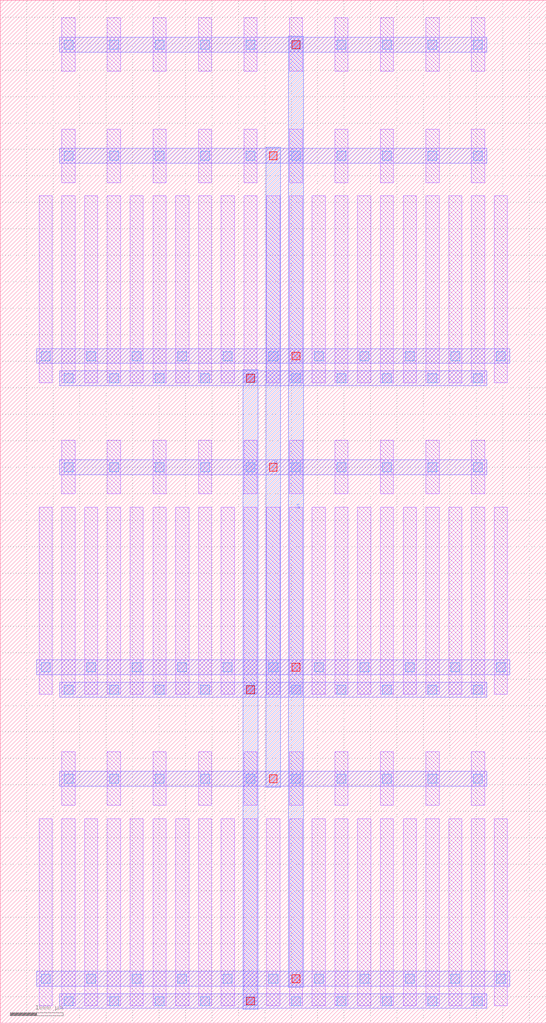
<source format=lef>
MACRO PMOS_S_89058261_X10_Y3
  UNITS 
    DATABASE MICRONS UNITS 1000;
  END UNITS 
  ORIGIN 0 0 ;
  FOREIGN PMOS_S_89058261_X10_Y3 0 0 ;
  SIZE 10320 BY 19320 ;
  PIN D
    DIRECTION INOUT ;
    USE SIGNAL ;
    PORT
      LAYER M3 ;
        RECT 4590 260 4870 12340 ;
    END
  END D
  PIN G
    DIRECTION INOUT ;
    USE SIGNAL ;
    PORT
      LAYER M3 ;
        RECT 5020 4460 5300 16540 ;
    END
  END G
  PIN S
    DIRECTION INOUT ;
    USE SIGNAL ;
    PORT
      LAYER M3 ;
        RECT 5450 680 5730 18640 ;
    END
  END S
  OBS
    LAYER M1 ;
      RECT 1165 335 1415 3865 ;
    LAYER M1 ;
      RECT 1165 4115 1415 5125 ;
    LAYER M1 ;
      RECT 1165 6215 1415 9745 ;
    LAYER M1 ;
      RECT 1165 9995 1415 11005 ;
    LAYER M1 ;
      RECT 1165 12095 1415 15625 ;
    LAYER M1 ;
      RECT 1165 15875 1415 16885 ;
    LAYER M1 ;
      RECT 1165 17975 1415 18985 ;
    LAYER M1 ;
      RECT 735 335 985 3865 ;
    LAYER M1 ;
      RECT 735 6215 985 9745 ;
    LAYER M1 ;
      RECT 735 12095 985 15625 ;
    LAYER M1 ;
      RECT 1595 335 1845 3865 ;
    LAYER M1 ;
      RECT 1595 6215 1845 9745 ;
    LAYER M1 ;
      RECT 1595 12095 1845 15625 ;
    LAYER M1 ;
      RECT 2025 335 2275 3865 ;
    LAYER M1 ;
      RECT 2025 4115 2275 5125 ;
    LAYER M1 ;
      RECT 2025 6215 2275 9745 ;
    LAYER M1 ;
      RECT 2025 9995 2275 11005 ;
    LAYER M1 ;
      RECT 2025 12095 2275 15625 ;
    LAYER M1 ;
      RECT 2025 15875 2275 16885 ;
    LAYER M1 ;
      RECT 2025 17975 2275 18985 ;
    LAYER M1 ;
      RECT 2455 335 2705 3865 ;
    LAYER M1 ;
      RECT 2455 6215 2705 9745 ;
    LAYER M1 ;
      RECT 2455 12095 2705 15625 ;
    LAYER M1 ;
      RECT 2885 335 3135 3865 ;
    LAYER M1 ;
      RECT 2885 4115 3135 5125 ;
    LAYER M1 ;
      RECT 2885 6215 3135 9745 ;
    LAYER M1 ;
      RECT 2885 9995 3135 11005 ;
    LAYER M1 ;
      RECT 2885 12095 3135 15625 ;
    LAYER M1 ;
      RECT 2885 15875 3135 16885 ;
    LAYER M1 ;
      RECT 2885 17975 3135 18985 ;
    LAYER M1 ;
      RECT 3315 335 3565 3865 ;
    LAYER M1 ;
      RECT 3315 6215 3565 9745 ;
    LAYER M1 ;
      RECT 3315 12095 3565 15625 ;
    LAYER M1 ;
      RECT 3745 335 3995 3865 ;
    LAYER M1 ;
      RECT 3745 4115 3995 5125 ;
    LAYER M1 ;
      RECT 3745 6215 3995 9745 ;
    LAYER M1 ;
      RECT 3745 9995 3995 11005 ;
    LAYER M1 ;
      RECT 3745 12095 3995 15625 ;
    LAYER M1 ;
      RECT 3745 15875 3995 16885 ;
    LAYER M1 ;
      RECT 3745 17975 3995 18985 ;
    LAYER M1 ;
      RECT 4175 335 4425 3865 ;
    LAYER M1 ;
      RECT 4175 6215 4425 9745 ;
    LAYER M1 ;
      RECT 4175 12095 4425 15625 ;
    LAYER M1 ;
      RECT 4605 335 4855 3865 ;
    LAYER M1 ;
      RECT 4605 4115 4855 5125 ;
    LAYER M1 ;
      RECT 4605 6215 4855 9745 ;
    LAYER M1 ;
      RECT 4605 9995 4855 11005 ;
    LAYER M1 ;
      RECT 4605 12095 4855 15625 ;
    LAYER M1 ;
      RECT 4605 15875 4855 16885 ;
    LAYER M1 ;
      RECT 4605 17975 4855 18985 ;
    LAYER M1 ;
      RECT 5035 335 5285 3865 ;
    LAYER M1 ;
      RECT 5035 6215 5285 9745 ;
    LAYER M1 ;
      RECT 5035 12095 5285 15625 ;
    LAYER M1 ;
      RECT 5465 335 5715 3865 ;
    LAYER M1 ;
      RECT 5465 4115 5715 5125 ;
    LAYER M1 ;
      RECT 5465 6215 5715 9745 ;
    LAYER M1 ;
      RECT 5465 9995 5715 11005 ;
    LAYER M1 ;
      RECT 5465 12095 5715 15625 ;
    LAYER M1 ;
      RECT 5465 15875 5715 16885 ;
    LAYER M1 ;
      RECT 5465 17975 5715 18985 ;
    LAYER M1 ;
      RECT 5895 335 6145 3865 ;
    LAYER M1 ;
      RECT 5895 6215 6145 9745 ;
    LAYER M1 ;
      RECT 5895 12095 6145 15625 ;
    LAYER M1 ;
      RECT 6325 335 6575 3865 ;
    LAYER M1 ;
      RECT 6325 4115 6575 5125 ;
    LAYER M1 ;
      RECT 6325 6215 6575 9745 ;
    LAYER M1 ;
      RECT 6325 9995 6575 11005 ;
    LAYER M1 ;
      RECT 6325 12095 6575 15625 ;
    LAYER M1 ;
      RECT 6325 15875 6575 16885 ;
    LAYER M1 ;
      RECT 6325 17975 6575 18985 ;
    LAYER M1 ;
      RECT 6755 335 7005 3865 ;
    LAYER M1 ;
      RECT 6755 6215 7005 9745 ;
    LAYER M1 ;
      RECT 6755 12095 7005 15625 ;
    LAYER M1 ;
      RECT 7185 335 7435 3865 ;
    LAYER M1 ;
      RECT 7185 4115 7435 5125 ;
    LAYER M1 ;
      RECT 7185 6215 7435 9745 ;
    LAYER M1 ;
      RECT 7185 9995 7435 11005 ;
    LAYER M1 ;
      RECT 7185 12095 7435 15625 ;
    LAYER M1 ;
      RECT 7185 15875 7435 16885 ;
    LAYER M1 ;
      RECT 7185 17975 7435 18985 ;
    LAYER M1 ;
      RECT 7615 335 7865 3865 ;
    LAYER M1 ;
      RECT 7615 6215 7865 9745 ;
    LAYER M1 ;
      RECT 7615 12095 7865 15625 ;
    LAYER M1 ;
      RECT 8045 335 8295 3865 ;
    LAYER M1 ;
      RECT 8045 4115 8295 5125 ;
    LAYER M1 ;
      RECT 8045 6215 8295 9745 ;
    LAYER M1 ;
      RECT 8045 9995 8295 11005 ;
    LAYER M1 ;
      RECT 8045 12095 8295 15625 ;
    LAYER M1 ;
      RECT 8045 15875 8295 16885 ;
    LAYER M1 ;
      RECT 8045 17975 8295 18985 ;
    LAYER M1 ;
      RECT 8475 335 8725 3865 ;
    LAYER M1 ;
      RECT 8475 6215 8725 9745 ;
    LAYER M1 ;
      RECT 8475 12095 8725 15625 ;
    LAYER M1 ;
      RECT 8905 335 9155 3865 ;
    LAYER M1 ;
      RECT 8905 4115 9155 5125 ;
    LAYER M1 ;
      RECT 8905 6215 9155 9745 ;
    LAYER M1 ;
      RECT 8905 9995 9155 11005 ;
    LAYER M1 ;
      RECT 8905 12095 9155 15625 ;
    LAYER M1 ;
      RECT 8905 15875 9155 16885 ;
    LAYER M1 ;
      RECT 8905 17975 9155 18985 ;
    LAYER M1 ;
      RECT 9335 335 9585 3865 ;
    LAYER M1 ;
      RECT 9335 6215 9585 9745 ;
    LAYER M1 ;
      RECT 9335 12095 9585 15625 ;
    LAYER M2 ;
      RECT 1120 280 9200 560 ;
    LAYER M2 ;
      RECT 1120 4480 9200 4760 ;
    LAYER M2 ;
      RECT 690 700 9630 980 ;
    LAYER M2 ;
      RECT 1120 6160 9200 6440 ;
    LAYER M2 ;
      RECT 1120 10360 9200 10640 ;
    LAYER M2 ;
      RECT 690 6580 9630 6860 ;
    LAYER M2 ;
      RECT 1120 12040 9200 12320 ;
    LAYER M2 ;
      RECT 1120 16240 9200 16520 ;
    LAYER M2 ;
      RECT 690 12460 9630 12740 ;
    LAYER M2 ;
      RECT 1120 18340 9200 18620 ;
    LAYER V1 ;
      RECT 1205 335 1375 505 ;
    LAYER V1 ;
      RECT 1205 4535 1375 4705 ;
    LAYER V1 ;
      RECT 1205 6215 1375 6385 ;
    LAYER V1 ;
      RECT 1205 10415 1375 10585 ;
    LAYER V1 ;
      RECT 1205 12095 1375 12265 ;
    LAYER V1 ;
      RECT 1205 16295 1375 16465 ;
    LAYER V1 ;
      RECT 1205 18395 1375 18565 ;
    LAYER V1 ;
      RECT 2065 335 2235 505 ;
    LAYER V1 ;
      RECT 2065 4535 2235 4705 ;
    LAYER V1 ;
      RECT 2065 6215 2235 6385 ;
    LAYER V1 ;
      RECT 2065 10415 2235 10585 ;
    LAYER V1 ;
      RECT 2065 12095 2235 12265 ;
    LAYER V1 ;
      RECT 2065 16295 2235 16465 ;
    LAYER V1 ;
      RECT 2065 18395 2235 18565 ;
    LAYER V1 ;
      RECT 2925 335 3095 505 ;
    LAYER V1 ;
      RECT 2925 4535 3095 4705 ;
    LAYER V1 ;
      RECT 2925 6215 3095 6385 ;
    LAYER V1 ;
      RECT 2925 10415 3095 10585 ;
    LAYER V1 ;
      RECT 2925 12095 3095 12265 ;
    LAYER V1 ;
      RECT 2925 16295 3095 16465 ;
    LAYER V1 ;
      RECT 2925 18395 3095 18565 ;
    LAYER V1 ;
      RECT 3785 335 3955 505 ;
    LAYER V1 ;
      RECT 3785 4535 3955 4705 ;
    LAYER V1 ;
      RECT 3785 6215 3955 6385 ;
    LAYER V1 ;
      RECT 3785 10415 3955 10585 ;
    LAYER V1 ;
      RECT 3785 12095 3955 12265 ;
    LAYER V1 ;
      RECT 3785 16295 3955 16465 ;
    LAYER V1 ;
      RECT 3785 18395 3955 18565 ;
    LAYER V1 ;
      RECT 4645 335 4815 505 ;
    LAYER V1 ;
      RECT 4645 4535 4815 4705 ;
    LAYER V1 ;
      RECT 4645 6215 4815 6385 ;
    LAYER V1 ;
      RECT 4645 10415 4815 10585 ;
    LAYER V1 ;
      RECT 4645 12095 4815 12265 ;
    LAYER V1 ;
      RECT 4645 16295 4815 16465 ;
    LAYER V1 ;
      RECT 4645 18395 4815 18565 ;
    LAYER V1 ;
      RECT 5505 335 5675 505 ;
    LAYER V1 ;
      RECT 5505 4535 5675 4705 ;
    LAYER V1 ;
      RECT 5505 6215 5675 6385 ;
    LAYER V1 ;
      RECT 5505 10415 5675 10585 ;
    LAYER V1 ;
      RECT 5505 12095 5675 12265 ;
    LAYER V1 ;
      RECT 5505 16295 5675 16465 ;
    LAYER V1 ;
      RECT 5505 18395 5675 18565 ;
    LAYER V1 ;
      RECT 6365 335 6535 505 ;
    LAYER V1 ;
      RECT 6365 4535 6535 4705 ;
    LAYER V1 ;
      RECT 6365 6215 6535 6385 ;
    LAYER V1 ;
      RECT 6365 10415 6535 10585 ;
    LAYER V1 ;
      RECT 6365 12095 6535 12265 ;
    LAYER V1 ;
      RECT 6365 16295 6535 16465 ;
    LAYER V1 ;
      RECT 6365 18395 6535 18565 ;
    LAYER V1 ;
      RECT 7225 335 7395 505 ;
    LAYER V1 ;
      RECT 7225 4535 7395 4705 ;
    LAYER V1 ;
      RECT 7225 6215 7395 6385 ;
    LAYER V1 ;
      RECT 7225 10415 7395 10585 ;
    LAYER V1 ;
      RECT 7225 12095 7395 12265 ;
    LAYER V1 ;
      RECT 7225 16295 7395 16465 ;
    LAYER V1 ;
      RECT 7225 18395 7395 18565 ;
    LAYER V1 ;
      RECT 8085 335 8255 505 ;
    LAYER V1 ;
      RECT 8085 4535 8255 4705 ;
    LAYER V1 ;
      RECT 8085 6215 8255 6385 ;
    LAYER V1 ;
      RECT 8085 10415 8255 10585 ;
    LAYER V1 ;
      RECT 8085 12095 8255 12265 ;
    LAYER V1 ;
      RECT 8085 16295 8255 16465 ;
    LAYER V1 ;
      RECT 8085 18395 8255 18565 ;
    LAYER V1 ;
      RECT 8945 335 9115 505 ;
    LAYER V1 ;
      RECT 8945 4535 9115 4705 ;
    LAYER V1 ;
      RECT 8945 6215 9115 6385 ;
    LAYER V1 ;
      RECT 8945 10415 9115 10585 ;
    LAYER V1 ;
      RECT 8945 12095 9115 12265 ;
    LAYER V1 ;
      RECT 8945 16295 9115 16465 ;
    LAYER V1 ;
      RECT 8945 18395 9115 18565 ;
    LAYER V1 ;
      RECT 775 755 945 925 ;
    LAYER V1 ;
      RECT 775 6635 945 6805 ;
    LAYER V1 ;
      RECT 775 12515 945 12685 ;
    LAYER V1 ;
      RECT 1635 755 1805 925 ;
    LAYER V1 ;
      RECT 1635 6635 1805 6805 ;
    LAYER V1 ;
      RECT 1635 12515 1805 12685 ;
    LAYER V1 ;
      RECT 2495 755 2665 925 ;
    LAYER V1 ;
      RECT 2495 6635 2665 6805 ;
    LAYER V1 ;
      RECT 2495 12515 2665 12685 ;
    LAYER V1 ;
      RECT 3355 755 3525 925 ;
    LAYER V1 ;
      RECT 3355 6635 3525 6805 ;
    LAYER V1 ;
      RECT 3355 12515 3525 12685 ;
    LAYER V1 ;
      RECT 4215 755 4385 925 ;
    LAYER V1 ;
      RECT 4215 6635 4385 6805 ;
    LAYER V1 ;
      RECT 4215 12515 4385 12685 ;
    LAYER V1 ;
      RECT 5075 755 5245 925 ;
    LAYER V1 ;
      RECT 5075 6635 5245 6805 ;
    LAYER V1 ;
      RECT 5075 12515 5245 12685 ;
    LAYER V1 ;
      RECT 5935 755 6105 925 ;
    LAYER V1 ;
      RECT 5935 6635 6105 6805 ;
    LAYER V1 ;
      RECT 5935 12515 6105 12685 ;
    LAYER V1 ;
      RECT 6795 755 6965 925 ;
    LAYER V1 ;
      RECT 6795 6635 6965 6805 ;
    LAYER V1 ;
      RECT 6795 12515 6965 12685 ;
    LAYER V1 ;
      RECT 7655 755 7825 925 ;
    LAYER V1 ;
      RECT 7655 6635 7825 6805 ;
    LAYER V1 ;
      RECT 7655 12515 7825 12685 ;
    LAYER V1 ;
      RECT 8515 755 8685 925 ;
    LAYER V1 ;
      RECT 8515 6635 8685 6805 ;
    LAYER V1 ;
      RECT 8515 12515 8685 12685 ;
    LAYER V1 ;
      RECT 9375 755 9545 925 ;
    LAYER V1 ;
      RECT 9375 6635 9545 6805 ;
    LAYER V1 ;
      RECT 9375 12515 9545 12685 ;
    LAYER V2 ;
      RECT 4655 345 4805 495 ;
    LAYER V2 ;
      RECT 4655 6225 4805 6375 ;
    LAYER V2 ;
      RECT 4655 12105 4805 12255 ;
    LAYER V2 ;
      RECT 5085 4545 5235 4695 ;
    LAYER V2 ;
      RECT 5085 10425 5235 10575 ;
    LAYER V2 ;
      RECT 5085 16305 5235 16455 ;
    LAYER V2 ;
      RECT 5515 765 5665 915 ;
    LAYER V2 ;
      RECT 5515 6645 5665 6795 ;
    LAYER V2 ;
      RECT 5515 12525 5665 12675 ;
    LAYER V2 ;
      RECT 5515 18405 5665 18555 ;
  END
END PMOS_S_89058261_X10_Y3

</source>
